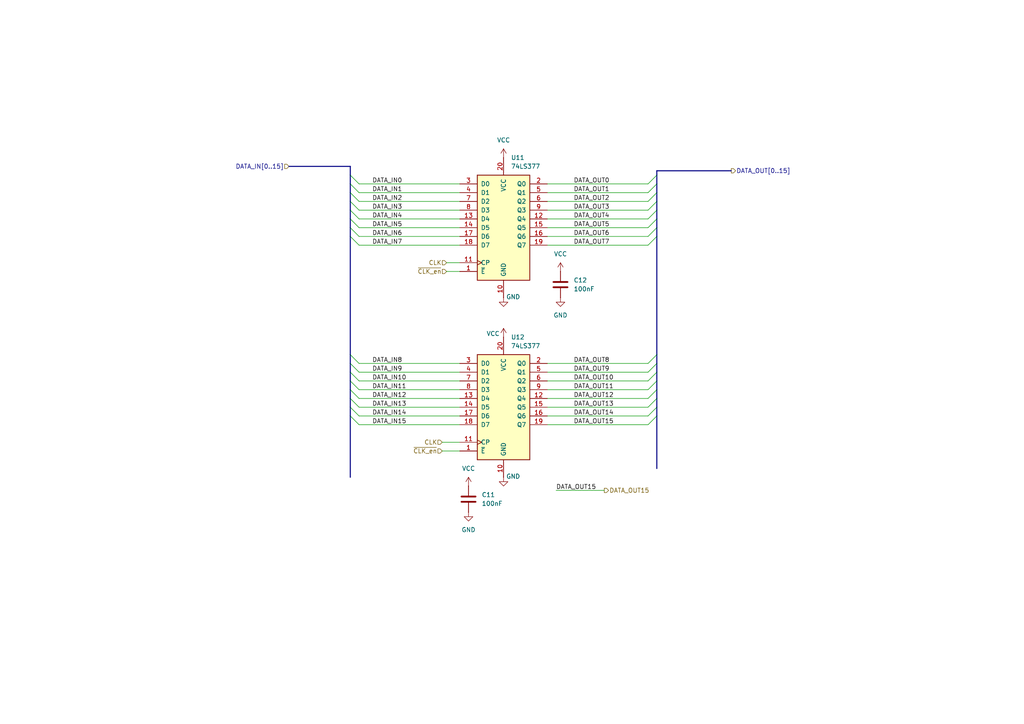
<source format=kicad_sch>
(kicad_sch (version 20250114) (generator "eeschema") (generator_version "9.0")
  (paper "A4")
  (title_block (title "REG ADDR"))
  (lib_symbols
    (symbol "74xx:74LS377" (pin_names (offset 1.016))
      (property "Reference" "U" (at -7.62 16.51 0))
      (property "Value" "74LS377" (at -7.62 -16.51 0))
      (symbol "74LS377_1_0"
        (pin input line (at -12.7 12.7 0) (length 5.08) (name "D0") (number "3"))
        (pin input line (at -12.7 10.16 0) (length 5.08) (name "D1") (number "4"))
        (pin input line (at -12.7 7.62 0) (length 5.08) (name "D2") (number "7"))
        (pin input line (at -12.7 5.08 0) (length 5.08) (name "D3") (number "8"))
        (pin input line (at -12.7 2.54 0) (length 5.08) (name "D4") (number "13"))
        (pin input line (at -12.7 0 0) (length 5.08) (name "D5") (number "14"))
        (pin input line (at -12.7 -2.54 0) (length 5.08) (name "D6") (number "17"))
        (pin input line (at -12.7 -5.08 0) (length 5.08) (name "D7") (number "18"))
        (pin input clock (at -12.7 -10.16 0) (length 5.08) (name "CP") (number "11"))
        (pin input line (at -12.7 -12.7 0) (length 5.08) (name "~{E}") (number "1"))
        (pin power_in line (at 0 20.32 270) (length 5.08) (name "VCC") (number "20"))
        (pin power_in line (at 0 -20.32 90) (length 5.08) (name "GND") (number "10"))
        (pin output line (at 12.7 12.7 180) (length 5.08) (name "Q0") (number "2"))
        (pin output line (at 12.7 10.16 180) (length 5.08) (name "Q1") (number "5"))
        (pin output line (at 12.7 7.62 180) (length 5.08) (name "Q2") (number "6"))
        (pin output line (at 12.7 5.08 180) (length 5.08) (name "Q3") (number "9"))
        (pin output line (at 12.7 2.54 180) (length 5.08) (name "Q4") (number "12"))
        (pin output line (at 12.7 0 180) (length 5.08) (name "Q5") (number "15"))
        (pin output line (at 12.7 -2.54 180) (length 5.08) (name "Q6") (number "16"))
        (pin output line (at 12.7 -5.08 180) (length 5.08) (name "Q7") (number "19"))
      )
      (symbol "74LS377_1_1"
        (rectangle (start -7.62 15.24) (end 7.62 -15.24) (stroke (width 0.254)) (fill (type background)))
      )
    )
    (symbol "Device:C" (pin_numbers (hide yes)) (pin_names (offset 0.254))
      (property "Reference" "C" (at 0.635 2.54 0))
      (property "Value" "C" (at 0.635 -2.54 0))
      (symbol "C_0_1"
        (polyline (pts (xy -2.032 0.762) (xy 2.032 0.762)) (stroke (width 0.508)))
        (polyline (pts (xy -2.032 -0.762) (xy 2.032 -0.762)) (stroke (width 0.508)))
      )
      (symbol "C_1_1"
        (pin passive line (at 0 3.81 270) (length 2.794) (name "~") (number "1"))
        (pin passive line (at 0 -3.81 90) (length 2.794) (name "~") (number "2"))
      )
    )
    (symbol "power:GND" (power) (pin_numbers (hide yes)) (pin_names (offset 0) (hide yes))
      (property "Value" "GND" (at 0 -3.81 0))
      (symbol "GND_0_1"
        (polyline (pts (xy 0 0) (xy 0 -1.27) (xy 1.27 -1.27) (xy 0 -2.54) (xy -1.27 -1.27) (xy 0 -1.27)))
      )
      (symbol "GND_1_1"
        (pin power_in line (at 0 0 270) (length 0) (name "~") (number "1"))
      )
    )
    (symbol "power:VCC" (power) (pin_numbers (hide yes)) (pin_names (offset 0) (hide yes))
      (property "Value" "VCC" (at 0 3.556 0))
      (symbol "VCC_0_1"
        (polyline (pts (xy -0.762 1.27) (xy 0 2.54)))
        (polyline (pts (xy 0 2.54) (xy 0.762 1.27)))
        (polyline (pts (xy 0 0) (xy 0 2.54)))
      )
      (symbol "VCC_1_1"
        (pin power_in line (at 0 0 90) (length 0) (name "~") (number "1"))
      )
    )
  )
  (bus_entry (at 101.6 115.57) (size 2.54 2.54))
  (bus_entry (at 190.5 58.42) (size -2.54 2.54))
  (bus_entry (at 101.6 113.03) (size 2.54 2.54))
  (bus_entry (at 190.5 113.03) (size -2.54 2.54))
  (bus_entry (at 101.6 55.88) (size 2.54 2.54))
  (bus_entry (at 190.5 68.58) (size -2.54 2.54))
  (bus_entry (at 101.6 58.42) (size 2.54 2.54))
  (bus_entry (at 101.6 68.58) (size 2.54 2.54))
  (bus_entry (at 101.6 107.95) (size 2.54 2.54))
  (bus_entry (at 101.6 110.49) (size 2.54 2.54))
  (bus_entry (at 101.6 60.96) (size 2.54 2.54))
  (bus_entry (at 190.5 120.65) (size -2.54 2.54))
  (bus_entry (at 190.5 107.95) (size -2.54 2.54))
  (bus_entry (at 190.5 115.57) (size -2.54 2.54))
  (bus_entry (at 190.5 63.5) (size -2.54 2.54))
  (bus_entry (at 101.6 105.41) (size 2.54 2.54))
  (bus_entry (at 190.5 102.87) (size -2.54 2.54))
  (bus_entry (at 190.5 105.41) (size -2.54 2.54))
  (bus_entry (at 190.5 60.96) (size -2.54 2.54))
  (bus_entry (at 190.5 50.8) (size -2.54 2.54))
  (bus_entry (at 190.5 55.88) (size -2.54 2.54))
  (bus_entry (at 101.6 118.11) (size 2.54 2.54))
  (bus_entry (at 101.6 120.65) (size 2.54 2.54))
  (bus_entry (at 101.6 50.8) (size 2.54 2.54))
  (bus_entry (at 101.6 63.5) (size 2.54 2.54))
  (bus_entry (at 190.5 118.11) (size -2.54 2.54))
  (bus_entry (at 101.6 53.34) (size 2.54 2.54))
  (bus_entry (at 190.5 66.04) (size -2.54 2.54))
  (bus_entry (at 101.6 102.87) (size 2.54 2.54))
  (bus_entry (at 190.5 110.49) (size -2.54 2.54))
  (bus_entry (at 101.6 66.04) (size 2.54 2.54))
  (bus_entry (at 190.5 53.34) (size -2.54 2.54))
  (wire (pts (xy 104.14 120.65) (xy 133.35 120.65)))
  (wire (pts (xy 104.14 53.34) (xy 133.35 53.34)))
  (wire (pts (xy 158.75 110.49) (xy 187.96 110.49)))
  (wire (pts (xy 158.75 60.96) (xy 187.96 60.96)))
  (bus (pts (xy 190.5 110.49) (xy 190.5 113.03)))
  (wire (pts (xy 158.75 107.95) (xy 187.96 107.95)))
  (bus (pts (xy 190.5 105.41) (xy 190.5 107.95)))
  (wire (pts (xy 104.14 105.41) (xy 133.35 105.41)))
  (bus (pts (xy 101.6 68.58) (xy 101.6 102.87)))
  (wire (pts (xy 158.75 53.34) (xy 187.96 53.34)))
  (bus (pts (xy 101.6 120.65) (xy 101.6 138.43)))
  (wire (pts (xy 104.14 118.11) (xy 133.35 118.11)))
  (wire (pts (xy 104.14 63.5) (xy 133.35 63.5)))
  (bus (pts (xy 190.5 63.5) (xy 190.5 66.04)))
  (bus (pts (xy 190.5 55.88) (xy 190.5 58.42)))
  (bus (pts (xy 190.5 60.96) (xy 190.5 63.5)))
  (bus (pts (xy 101.6 48.26) (xy 101.6 50.8)))
  (wire (pts (xy 104.14 66.04) (xy 133.35 66.04)))
  (wire (pts (xy 129.54 76.2) (xy 133.35 76.2)))
  (bus (pts (xy 190.5 120.65) (xy 190.5 135.89)))
  (wire (pts (xy 158.75 55.88) (xy 187.96 55.88)))
  (bus (pts (xy 190.5 113.03) (xy 190.5 115.57)))
  (wire (pts (xy 104.14 115.57) (xy 133.35 115.57)))
  (bus (pts (xy 101.6 55.88) (xy 101.6 58.42)))
  (wire (pts (xy 104.14 123.19) (xy 133.35 123.19)))
  (bus (pts (xy 212.09 49.53) (xy 190.5 49.53)))
  (wire (pts (xy 158.75 58.42) (xy 187.96 58.42)))
  (wire (pts (xy 104.14 107.95) (xy 133.35 107.95)))
  (bus (pts (xy 190.5 53.34) (xy 190.5 55.88)))
  (wire (pts (xy 104.14 60.96) (xy 133.35 60.96)))
  (wire (pts (xy 161.29 142.24) (xy 175.26 142.24)))
  (bus (pts (xy 190.5 68.58) (xy 190.5 102.87)))
  (bus (pts (xy 101.6 58.42) (xy 101.6 60.96)))
  (wire (pts (xy 158.75 115.57) (xy 187.96 115.57)))
  (bus (pts (xy 101.6 113.03) (xy 101.6 115.57)))
  (wire (pts (xy 158.75 118.11) (xy 187.96 118.11)))
  (bus (pts (xy 101.6 53.34) (xy 101.6 55.88)))
  (wire (pts (xy 158.75 123.19) (xy 187.96 123.19)))
  (bus (pts (xy 190.5 115.57) (xy 190.5 118.11)))
  (wire (pts (xy 128.27 130.81) (xy 133.35 130.81)))
  (wire (pts (xy 104.14 110.49) (xy 133.35 110.49)))
  (wire (pts (xy 158.75 105.41) (xy 187.96 105.41)))
  (bus (pts (xy 101.6 107.95) (xy 101.6 110.49)))
  (wire (pts (xy 129.54 78.74) (xy 133.35 78.74)))
  (bus (pts (xy 190.5 50.8) (xy 190.5 53.34)))
  (bus (pts (xy 190.5 102.87) (xy 190.5 105.41)))
  (bus (pts (xy 101.6 110.49) (xy 101.6 113.03)))
  (wire (pts (xy 158.75 113.03) (xy 187.96 113.03)))
  (wire (pts (xy 158.75 71.12) (xy 187.96 71.12)))
  (bus (pts (xy 190.5 66.04) (xy 190.5 68.58)))
  (wire (pts (xy 104.14 58.42) (xy 133.35 58.42)))
  (bus (pts (xy 101.6 60.96) (xy 101.6 63.5)))
  (bus (pts (xy 101.6 102.87) (xy 101.6 105.41)))
  (bus (pts (xy 190.5 58.42) (xy 190.5 60.96)))
  (wire (pts (xy 104.14 71.12) (xy 133.35 71.12)))
  (wire (pts (xy 104.14 55.88) (xy 133.35 55.88)))
  (wire (pts (xy 104.14 113.03) (xy 133.35 113.03)))
  (bus (pts (xy 101.6 50.8) (xy 101.6 53.34)))
  (bus (pts (xy 101.6 66.04) (xy 101.6 68.58)))
  (wire (pts (xy 128.27 128.27) (xy 133.35 128.27)))
  (wire (pts (xy 158.75 63.5) (xy 187.96 63.5)))
  (bus (pts (xy 101.6 118.11) (xy 101.6 120.65)))
  (wire (pts (xy 104.14 68.58) (xy 133.35 68.58)))
  (wire (pts (xy 158.75 66.04) (xy 187.96 66.04)))
  (bus (pts (xy 101.6 105.41) (xy 101.6 107.95)))
  (bus (pts (xy 190.5 107.95) (xy 190.5 110.49)))
  (wire (pts (xy 158.75 120.65) (xy 187.96 120.65)))
  (bus (pts (xy 190.5 118.11) (xy 190.5 120.65)))
  (bus (pts (xy 190.5 49.53) (xy 190.5 50.8)))
  (bus (pts (xy 101.6 115.57) (xy 101.6 118.11)))
  (bus (pts (xy 101.6 63.5) (xy 101.6 66.04)))
  (bus (pts (xy 83.82 48.26) (xy 101.6 48.26)))
  (wire (pts (xy 158.75 68.58) (xy 187.96 68.58)))
  (label "DATA_IN5" (at 107.95 66.04 0))
  (label "DATA_OUT11" (at 166.37 113.03 0))
  (label "DATA_OUT2" (at 166.37 58.42 0))
  (label "DATA_IN4" (at 107.95 63.5 0))
  (label "DATA_OUT5" (at 166.37 66.04 0))
  (label "DATA_IN12" (at 107.95 115.57 0))
  (label "DATA_OUT3" (at 166.37 60.96 0))
  (label "DATA_IN7" (at 107.95 71.12 0))
  (label "DATA_IN2" (at 107.95 58.42 0))
  (label "DATA_OUT15" (at 161.29 142.24 0))
  (label "DATA_OUT14" (at 166.37 120.65 0))
  (label "DATA_IN10" (at 107.95 110.49 0))
  (label "DATA_IN14" (at 107.95 120.65 0))
  (label "DATA_IN0" (at 107.95 53.34 0))
  (label "DATA_IN15" (at 107.95 123.19 0))
  (label "DATA_OUT0" (at 166.37 53.34 0))
  (label "DATA_IN11" (at 107.95 113.03 0))
  (label "DATA_OUT6" (at 166.37 68.58 0))
  (label "DATA_OUT9" (at 166.37 107.95 0))
  (label "DATA_IN8" (at 107.95 105.41 0))
  (label "DATA_OUT7" (at 166.37 71.12 0))
  (label "DATA_OUT13" (at 166.37 118.11 0))
  (label "DATA_IN1" (at 107.95 55.88 0))
  (label "DATA_OUT8" (at 166.37 105.41 0))
  (label "DATA_IN13" (at 107.95 118.11 0))
  (label "DATA_OUT1" (at 166.37 55.88 0))
  (label "DATA_IN3" (at 107.95 60.96 0))
  (label "DATA_OUT10" (at 166.37 110.49 0))
  (label "DATA_IN9" (at 107.95 107.95 0))
  (label "DATA_OUT15" (at 166.37 123.19 0))
  (label "DATA_OUT4" (at 166.37 63.5 0))
  (label "DATA_IN6" (at 107.95 68.58 0))
  (label "DATA_OUT12" (at 166.37 115.57 0))
  (hierarchical_label "~{CLK_en}" (shape input) (at 129.54 78.74 180))
  (hierarchical_label "CLK" (shape input) (at 128.27 128.27 180))
  (hierarchical_label "DATA_OUT15" (shape output) (at 175.26 142.24 0))
  (hierarchical_label "DATA_OUT[0..15]" (shape output) (at 212.09 49.53 0))
  (hierarchical_label "DATA_IN[0..15]" (shape input) (at 83.82 48.26 180))
  (hierarchical_label "CLK" (shape input) (at 129.54 76.2 180))
  (hierarchical_label "~{CLK_en}" (shape input) (at 128.27 130.81 180))
  (symbol (lib_id "74xx:74LS377") (at 146.05 118.11 0) (unit 1)
    (property "Reference" "U12" (at 148.1933 97.79 0) (effects (justify left)))
    (property "Value" "74LS377" (at 148.1933 100.33 0) (effects (justify left)))
    (property "Datasheet" "http://www.ti.com/lit/gpn/sn74LS377" (effects (hide yes)))
    (property "Description" "8-bit Register" (effects (hide yes)))
  )
  (symbol (lib_id "power:VCC") (at 146.05 45.72 0) (unit 1)
    (property "Reference" "#PWR059" (effects (hide yes)))
    (property "Value" "VCC" (at 146.05 40.64 0))
    (property "Description" "Power symbol creates a global label with name \"VCC\"" (effects (hide yes)))
  )
  (symbol (lib_id "power:VCC") (at 135.89 140.97 0) (unit 1)
    (property "Reference" "#PWR057" (effects (hide yes)))
    (property "Value" "VCC" (at 135.89 135.89 0))
    (property "Description" "Power symbol creates a global label with name \"VCC\"" (effects (hide yes)))
  )
  (symbol (lib_id "power:GND") (at 146.05 86.36 0) (unit 1)
    (property "Reference" "#PWR060" (effects (hide yes)))
    (property "Value" "GND" (at 148.844 86.106 0))
    (property "Description" "Power symbol creates a global label with name \"GND\" , ground" (effects (hide yes)))
  )
  (symbol (lib_id "power:VCC") (at 162.56 78.74 0) (unit 1)
    (property "Reference" "#PWR063" (effects (hide yes)))
    (property "Value" "VCC" (at 162.56 73.66 0))
    (property "Description" "Power symbol creates a global label with name \"VCC\"" (effects (hide yes)))
  )
  (symbol (lib_id "74xx:74LS377") (at 146.05 66.04 0) (unit 1)
    (property "Reference" "U11" (at 148.1933 45.72 0) (effects (justify left)))
    (property "Value" "74LS377" (at 148.1933 48.26 0) (effects (justify left)))
    (property "Datasheet" "http://www.ti.com/lit/gpn/sn74LS377" (effects (hide yes)))
    (property "Description" "8-bit Register" (effects (hide yes)))
  )
  (symbol (lib_id "power:GND") (at 135.89 148.59 0) (unit 1)
    (property "Reference" "#PWR058" (effects (hide yes)))
    (property "Value" "GND" (at 135.89 153.67 0))
    (property "Description" "Power symbol creates a global label with name \"GND\" , ground" (effects (hide yes)))
  )
  (symbol (lib_id "power:VCC") (at 146.05 97.79 0) (unit 1)
    (property "Reference" "#PWR061" (effects (hide yes)))
    (property "Value" "VCC" (at 143.002 96.774 0))
    (property "Description" "Power symbol creates a global label with name \"VCC\"" (effects (hide yes)))
  )
  (symbol (lib_id "power:GND") (at 162.56 86.36 0) (unit 1)
    (property "Reference" "#PWR064" (effects (hide yes)))
    (property "Value" "GND" (at 162.56 91.44 0))
    (property "Description" "Power symbol creates a global label with name \"GND\" , ground" (effects (hide yes)))
  )
  (symbol (lib_id "Device:C") (at 162.56 82.55 180) (unit 1)
    (property "Reference" "C12" (at 166.37 81.2799 0) (effects (justify right)))
    (property "Value" "100nF" (at 166.37 83.8199 0) (effects (justify right)))
    (property "Description" "Unpolarized capacitor" (effects (hide yes)))
  )
  (symbol (lib_id "power:GND") (at 146.05 138.43 0) (unit 1)
    (property "Reference" "#PWR062" (effects (hide yes)))
    (property "Value" "GND" (at 148.844 138.176 0))
    (property "Description" "Power symbol creates a global label with name \"GND\" , ground" (effects (hide yes)))
  )
  (symbol (lib_id "Device:C") (at 135.89 144.78 180) (unit 1)
    (property "Reference" "C11" (at 139.7 143.5099 0) (effects (justify right)))
    (property "Value" "100nF" (at 139.7 146.0499 0) (effects (justify right)))
    (property "Description" "Unpolarized capacitor" (effects (hide yes)))
  )
)
</source>
